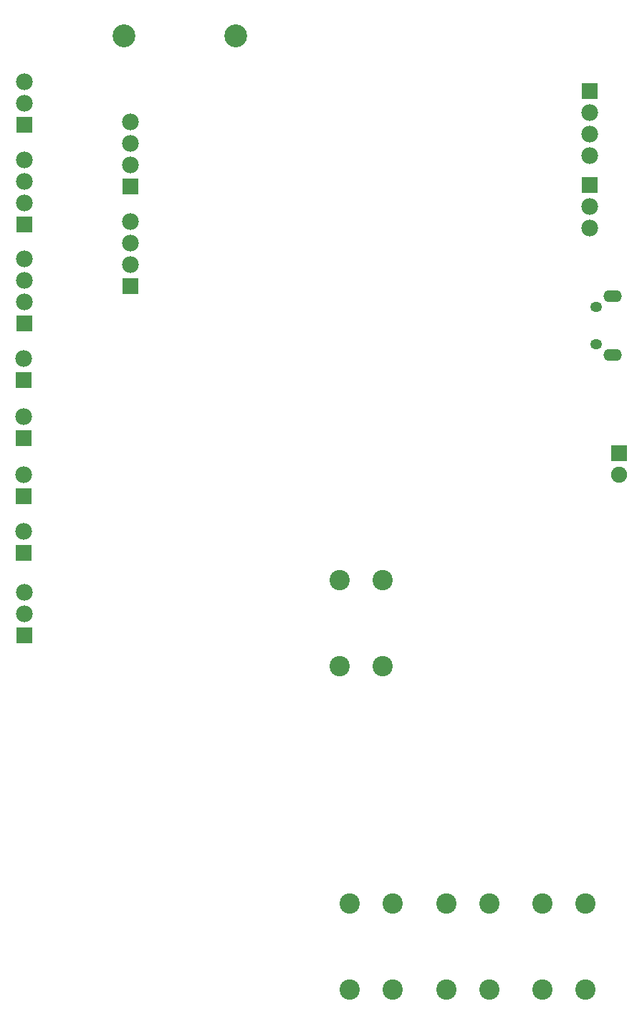
<source format=gbs>
G04*
G04 #@! TF.GenerationSoftware,Altium Limited,Altium Designer,19.1.5 (86)*
G04*
G04 Layer_Color=16711935*
%FSLAX25Y25*%
%MOIN*%
G70*
G01*
G75*
%ADD144O,0.05512X0.04921*%
%ADD145O,0.08661X0.05512*%
%ADD146C,0.09449*%
%ADD148C,0.07756*%
%ADD149R,0.07756X0.07756*%
%ADD150C,0.07480*%
%ADD151R,0.07480X0.07480*%
%ADD153C,0.10630*%
D144*
X291508Y343268D02*
D03*
Y325748D02*
D03*
D145*
X299185Y320728D02*
D03*
Y348287D02*
D03*
D146*
X172193Y176356D02*
D03*
X192193D02*
D03*
Y216356D02*
D03*
X172193D02*
D03*
X176812Y65926D02*
D03*
X196812D02*
D03*
Y25926D02*
D03*
X176812D02*
D03*
X221662D02*
D03*
X241662D02*
D03*
Y65926D02*
D03*
X221662D02*
D03*
X266512D02*
D03*
X286512D02*
D03*
Y25926D02*
D03*
X266512D02*
D03*
D148*
X25500Y210600D02*
D03*
Y200600D02*
D03*
X288400Y433500D02*
D03*
Y423500D02*
D03*
Y413500D02*
D03*
X288300Y379800D02*
D03*
Y389800D02*
D03*
X74900Y429300D02*
D03*
Y419300D02*
D03*
Y409300D02*
D03*
X25500Y411500D02*
D03*
Y401500D02*
D03*
Y391500D02*
D03*
Y365600D02*
D03*
Y355600D02*
D03*
Y345600D02*
D03*
X74800Y382900D02*
D03*
Y372900D02*
D03*
Y362900D02*
D03*
X25106Y292098D02*
D03*
Y319145D02*
D03*
Y265292D02*
D03*
X25500Y447757D02*
D03*
Y437757D02*
D03*
X25106Y238800D02*
D03*
D149*
X25500Y190600D02*
D03*
X288400Y443500D02*
D03*
X288300Y399800D02*
D03*
X74900Y399300D02*
D03*
X25500Y381500D02*
D03*
Y335600D02*
D03*
X74800Y352900D02*
D03*
X25106Y282098D02*
D03*
Y309145D02*
D03*
Y255292D02*
D03*
X25500Y427757D02*
D03*
X25106Y228800D02*
D03*
D150*
X302000Y265300D02*
D03*
D151*
Y275300D02*
D03*
D153*
X71831Y469183D02*
D03*
X123839D02*
D03*
M02*

</source>
